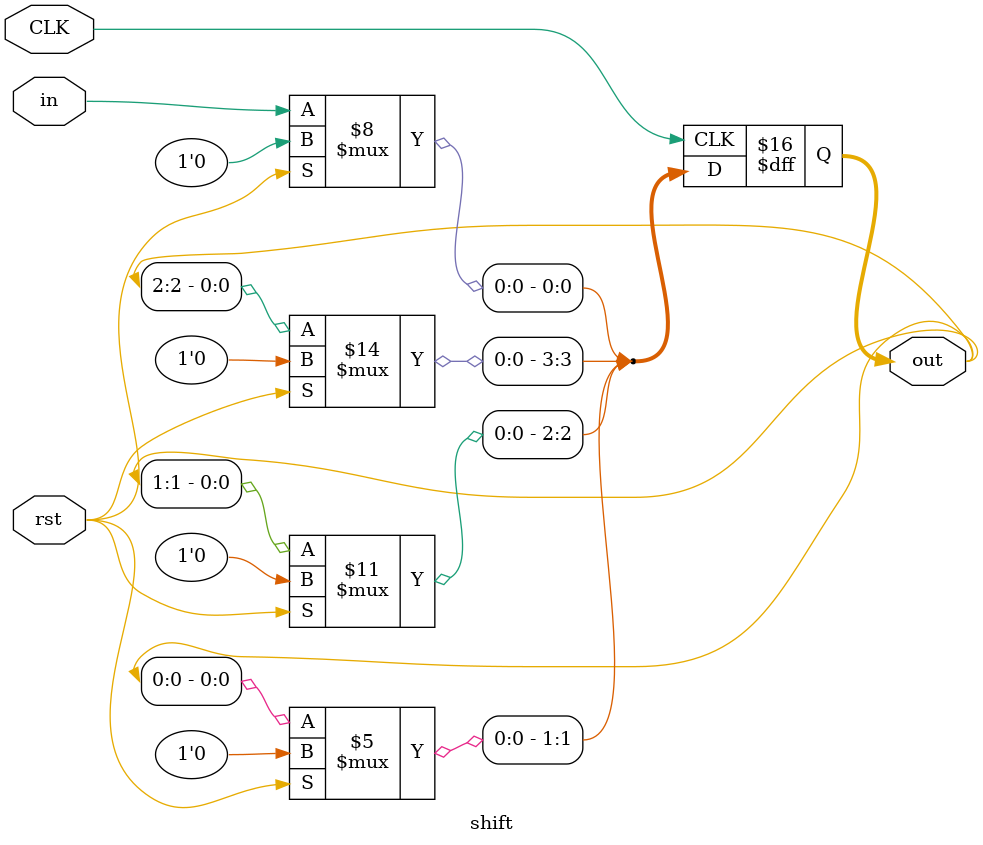
<source format=v>
`timescale 1ns / 1ps

module shift(
input CLK, rst, in,
output[3:0] out
    );
reg[3:0] out=0;

always@(posedge CLK) begin
    if (rst == 1)
        out = 4'b0000;
    else begin
        out[3] = out[2];
        out[2] = out[1];
        out[1] = out[0];
        out[0] = in;
        end
end

endmodule

</source>
